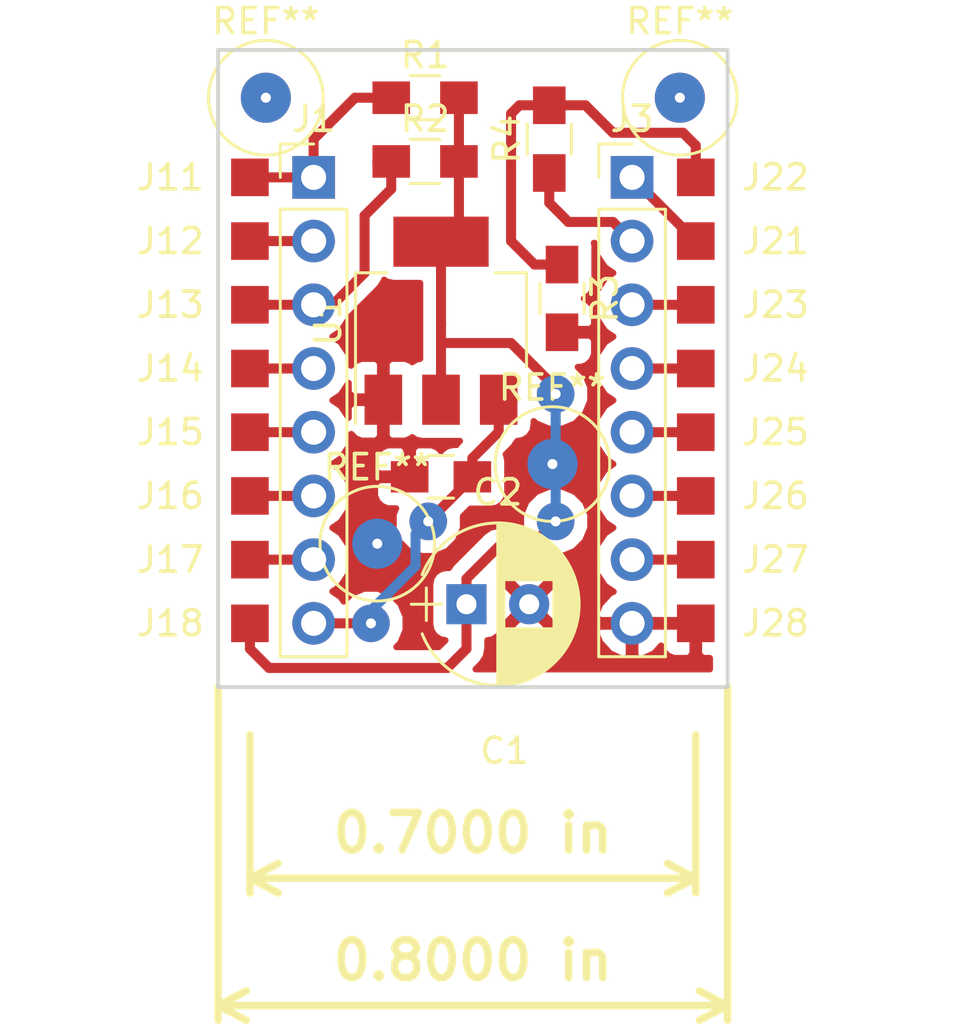
<source format=kicad_pcb>
(kicad_pcb (version 4) (host pcbnew 4.0.7)

  (general
    (links 30)
    (no_connects 0)
    (area 96.537619 23.182 135.02262 66.200001)
    (thickness 1.6)
    (drawings 8)
    (tracks 88)
    (zones 0)
    (modules 29)
    (nets 19)
  )

  (page A4)
  (layers
    (0 F.Cu signal)
    (31 B.Cu signal)
    (32 B.Adhes user)
    (33 F.Adhes user)
    (34 B.Paste user)
    (35 F.Paste user)
    (36 B.SilkS user)
    (37 F.SilkS user)
    (38 B.Mask user)
    (39 F.Mask user)
    (40 Dwgs.User user)
    (41 Cmts.User user)
    (42 Eco1.User user)
    (43 Eco2.User user)
    (44 Edge.Cuts user)
    (45 Margin user)
    (46 B.CrtYd user)
    (47 F.CrtYd user)
    (48 B.Fab user)
    (49 F.Fab user)
  )

  (setup
    (last_trace_width 0.4)
    (trace_clearance 0.3)
    (zone_clearance 0.508)
    (zone_45_only no)
    (trace_min 0.2)
    (segment_width 0.2)
    (edge_width 0.15)
    (via_size 1.5)
    (via_drill 0.4)
    (via_min_size 0.4)
    (via_min_drill 0.3)
    (uvia_size 1.5)
    (uvia_drill 0.4)
    (uvias_allowed no)
    (uvia_min_size 0.2)
    (uvia_min_drill 0.1)
    (pcb_text_width 0.3)
    (pcb_text_size 1.5 1.5)
    (mod_edge_width 0.15)
    (mod_text_size 1 1)
    (mod_text_width 0.15)
    (pad_size 2 2)
    (pad_drill 0.4)
    (pad_to_mask_clearance 0.2)
    (aux_axis_origin 0 0)
    (visible_elements FFFFFF7F)
    (pcbplotparams
      (layerselection 0x01000_00000001)
      (usegerberextensions false)
      (excludeedgelayer false)
      (linewidth 0.100000)
      (plotframeref false)
      (viasonmask false)
      (mode 1)
      (useauxorigin false)
      (hpglpennumber 1)
      (hpglpenspeed 20)
      (hpglpendiameter 15)
      (hpglpenoverlay 2)
      (psnegative true)
      (psa4output false)
      (plotreference false)
      (plotvalue false)
      (plotinvisibletext false)
      (padsonsilk false)
      (subtractmaskfromsilk false)
      (outputformat 4)
      (mirror true)
      (drillshape 1)
      (scaleselection 1)
      (outputdirectory ""))
  )

  (net 0 "")
  (net 1 "Net-(J1-Pad1)")
  (net 2 "Net-(J1-Pad2)")
  (net 3 "Net-(J1-Pad3)")
  (net 4 "Net-(J1-Pad4)")
  (net 5 "Net-(J1-Pad5)")
  (net 6 "Net-(J1-Pad6)")
  (net 7 "Net-(J1-Pad7)")
  (net 8 "Net-(J3-Pad2)")
  (net 9 +5V)
  (net 10 GND)
  (net 11 +3V3)
  (net 12 "Net-(J21-Pad1)")
  (net 13 "Net-(J23-Pad1)")
  (net 14 "Net-(J24-Pad1)")
  (net 15 "Net-(J25-Pad1)")
  (net 16 "Net-(J26-Pad1)")
  (net 17 "Net-(J27-Pad1)")
  (net 18 "Net-(J22-Pad1)")

  (net_class Default "This is the default net class."
    (clearance 0.3)
    (trace_width 0.4)
    (via_dia 1.5)
    (via_drill 0.4)
    (uvia_dia 1.5)
    (uvia_drill 0.4)
    (add_net +3V3)
    (add_net +5V)
    (add_net GND)
    (add_net "Net-(J1-Pad1)")
    (add_net "Net-(J1-Pad2)")
    (add_net "Net-(J1-Pad3)")
    (add_net "Net-(J1-Pad4)")
    (add_net "Net-(J1-Pad5)")
    (add_net "Net-(J1-Pad6)")
    (add_net "Net-(J1-Pad7)")
    (add_net "Net-(J21-Pad1)")
    (add_net "Net-(J22-Pad1)")
    (add_net "Net-(J23-Pad1)")
    (add_net "Net-(J24-Pad1)")
    (add_net "Net-(J25-Pad1)")
    (add_net "Net-(J26-Pad1)")
    (add_net "Net-(J27-Pad1)")
    (add_net "Net-(J3-Pad2)")
  )

  (module Connectors:1pin (layer F.Cu) (tedit 5AC0A28C) (tstamp 5AC0A27C)
    (at 107.315 27.305)
    (descr "module 1 pin (ou trou mecanique de percage)")
    (tags DEV)
    (fp_text reference REF** (at 0 -3.048) (layer F.SilkS)
      (effects (font (size 1 1) (thickness 0.15)))
    )
    (fp_text value 1pin (at 0 3) (layer F.Fab)
      (effects (font (size 1 1) (thickness 0.15)))
    )
    (fp_circle (center 0 0) (end 2 0.8) (layer F.Fab) (width 0.1))
    (fp_circle (center 0 0) (end 2.6 0) (layer F.CrtYd) (width 0.05))
    (fp_circle (center 0 0) (end 0 -2.286) (layer F.SilkS) (width 0.12))
    (pad 1 thru_hole circle (at 0 0) (size 2 2) (drill 0.4) (layers *.Cu *.Mask))
  )

  (module Pin_Headers:Pin_Header_Straight_1x08_Pitch2.54mm (layer F.Cu) (tedit 5AC00F6A) (tstamp 5AC009AC)
    (at 109.22 30.48)
    (descr "Through hole straight pin header, 1x08, 2.54mm pitch, single row")
    (tags "Through hole pin header THT 1x08 2.54mm single row")
    (path /5ABFDBDF)
    (fp_text reference J1 (at 0 -2.33) (layer F.SilkS)
      (effects (font (size 1 1) (thickness 0.15)))
    )
    (fp_text value Conn_01x08 (at -7.62 -3.175) (layer F.Fab)
      (effects (font (size 1 1) (thickness 0.15)))
    )
    (fp_line (start -0.635 -1.27) (end 1.27 -1.27) (layer F.Fab) (width 0.1))
    (fp_line (start 1.27 -1.27) (end 1.27 19.05) (layer F.Fab) (width 0.1))
    (fp_line (start 1.27 19.05) (end -1.27 19.05) (layer F.Fab) (width 0.1))
    (fp_line (start -1.27 19.05) (end -1.27 -0.635) (layer F.Fab) (width 0.1))
    (fp_line (start -1.27 -0.635) (end -0.635 -1.27) (layer F.Fab) (width 0.1))
    (fp_line (start -1.33 19.11) (end 1.33 19.11) (layer F.SilkS) (width 0.12))
    (fp_line (start -1.33 1.27) (end -1.33 19.11) (layer F.SilkS) (width 0.12))
    (fp_line (start 1.33 1.27) (end 1.33 19.11) (layer F.SilkS) (width 0.12))
    (fp_line (start -1.33 1.27) (end 1.33 1.27) (layer F.SilkS) (width 0.12))
    (fp_line (start -1.33 0) (end -1.33 -1.33) (layer F.SilkS) (width 0.12))
    (fp_line (start -1.33 -1.33) (end 0 -1.33) (layer F.SilkS) (width 0.12))
    (fp_line (start -1.8 -1.8) (end -1.8 19.55) (layer F.CrtYd) (width 0.05))
    (fp_line (start -1.8 19.55) (end 1.8 19.55) (layer F.CrtYd) (width 0.05))
    (fp_line (start 1.8 19.55) (end 1.8 -1.8) (layer F.CrtYd) (width 0.05))
    (fp_line (start 1.8 -1.8) (end -1.8 -1.8) (layer F.CrtYd) (width 0.05))
    (fp_text user %R (at 0 8.89 90) (layer F.Fab)
      (effects (font (size 1 1) (thickness 0.15)))
    )
    (pad 1 thru_hole rect (at 0 0) (size 1.7 1.7) (drill 1) (layers *.Cu *.Mask)
      (net 1 "Net-(J1-Pad1)"))
    (pad 2 thru_hole oval (at 0 2.54) (size 1.7 1.7) (drill 1) (layers *.Cu *.Mask)
      (net 2 "Net-(J1-Pad2)"))
    (pad 3 thru_hole oval (at 0 5.08) (size 1.7 1.7) (drill 1) (layers *.Cu *.Mask)
      (net 3 "Net-(J1-Pad3)"))
    (pad 4 thru_hole oval (at 0 7.62) (size 1.7 1.7) (drill 1) (layers *.Cu *.Mask)
      (net 4 "Net-(J1-Pad4)"))
    (pad 5 thru_hole oval (at 0 10.16) (size 1.7 1.7) (drill 1) (layers *.Cu *.Mask)
      (net 5 "Net-(J1-Pad5)"))
    (pad 6 thru_hole oval (at 0 12.7) (size 1.7 1.7) (drill 1) (layers *.Cu *.Mask)
      (net 6 "Net-(J1-Pad6)"))
    (pad 7 thru_hole oval (at 0 15.24) (size 1.7 1.7) (drill 1) (layers *.Cu *.Mask)
      (net 7 "Net-(J1-Pad7)"))
    (pad 8 thru_hole oval (at 0 17.78) (size 1.7 1.7) (drill 1) (layers *.Cu *.Mask)
      (net 9 +5V))
    (model ${KISYS3DMOD}/Pin_Headers.3dshapes/Pin_Header_Straight_1x08_Pitch2.54mm.wrl
      (at (xyz 0 0 0))
      (scale (xyz 1 1 1))
      (rotate (xyz 0 0 0))
    )
  )

  (module Capacitors_SMD:C_0805_HandSoldering (layer F.Cu) (tedit 5AC01B07) (tstamp 5AC008FB)
    (at 114.3 42.418 180)
    (descr "Capacitor SMD 0805, hand soldering")
    (tags "capacitor 0805")
    (path /5ABFE53B)
    (attr smd)
    (fp_text reference C1 (at -2.54 -10.922 180) (layer F.SilkS)
      (effects (font (size 1 1) (thickness 0.15)))
    )
    (fp_text value 0.1uF (at 0 1.75 180) (layer F.Fab)
      (effects (font (size 1 1) (thickness 0.15)))
    )
    (fp_text user %R (at -5.08 -10.922 180) (layer F.Fab)
      (effects (font (size 1 1) (thickness 0.15)))
    )
    (fp_line (start -1 0.62) (end -1 -0.62) (layer F.Fab) (width 0.1))
    (fp_line (start 1 0.62) (end -1 0.62) (layer F.Fab) (width 0.1))
    (fp_line (start 1 -0.62) (end 1 0.62) (layer F.Fab) (width 0.1))
    (fp_line (start -1 -0.62) (end 1 -0.62) (layer F.Fab) (width 0.1))
    (fp_line (start 0.5 -0.85) (end -0.5 -0.85) (layer F.SilkS) (width 0.12))
    (fp_line (start -0.5 0.85) (end 0.5 0.85) (layer F.SilkS) (width 0.12))
    (fp_line (start -2.25 -0.88) (end 2.25 -0.88) (layer F.CrtYd) (width 0.05))
    (fp_line (start -2.25 -0.88) (end -2.25 0.87) (layer F.CrtYd) (width 0.05))
    (fp_line (start 2.25 0.87) (end 2.25 -0.88) (layer F.CrtYd) (width 0.05))
    (fp_line (start 2.25 0.87) (end -2.25 0.87) (layer F.CrtYd) (width 0.05))
    (pad 1 smd rect (at -1.25 0 180) (size 1.5 1.25) (layers F.Cu F.Paste F.Mask)
      (net 9 +5V))
    (pad 2 smd rect (at 1.25 0 180) (size 1.5 1.25) (layers F.Cu F.Paste F.Mask)
      (net 10 GND))
    (model Capacitors_SMD.3dshapes/C_0805.wrl
      (at (xyz 0 0 0))
      (scale (xyz 1 1 1))
      (rotate (xyz 0 0 0))
    )
  )

  (module Capacitors_THT:CP_Radial_D6.3mm_P2.50mm (layer F.Cu) (tedit 597BC7C2) (tstamp 5AC00990)
    (at 115.316 47.498)
    (descr "CP, Radial series, Radial, pin pitch=2.50mm, , diameter=6.3mm, Electrolytic Capacitor")
    (tags "CP Radial series Radial pin pitch 2.50mm  diameter 6.3mm Electrolytic Capacitor")
    (path /5ABFE37D)
    (fp_text reference C2 (at 1.25 -4.46) (layer F.SilkS)
      (effects (font (size 1 1) (thickness 0.15)))
    )
    (fp_text value 100uF (at 1.25 4.46) (layer F.Fab)
      (effects (font (size 1 1) (thickness 0.15)))
    )
    (fp_arc (start 1.25 0) (end -1.767482 -1.18) (angle 137.3) (layer F.SilkS) (width 0.12))
    (fp_arc (start 1.25 0) (end -1.767482 1.18) (angle -137.3) (layer F.SilkS) (width 0.12))
    (fp_arc (start 1.25 0) (end 4.267482 -1.18) (angle 42.7) (layer F.SilkS) (width 0.12))
    (fp_circle (center 1.25 0) (end 4.4 0) (layer F.Fab) (width 0.1))
    (fp_line (start -2.2 0) (end -1 0) (layer F.Fab) (width 0.1))
    (fp_line (start -1.6 -0.65) (end -1.6 0.65) (layer F.Fab) (width 0.1))
    (fp_line (start 1.25 -3.2) (end 1.25 3.2) (layer F.SilkS) (width 0.12))
    (fp_line (start 1.29 -3.2) (end 1.29 3.2) (layer F.SilkS) (width 0.12))
    (fp_line (start 1.33 -3.2) (end 1.33 3.2) (layer F.SilkS) (width 0.12))
    (fp_line (start 1.37 -3.198) (end 1.37 3.198) (layer F.SilkS) (width 0.12))
    (fp_line (start 1.41 -3.197) (end 1.41 3.197) (layer F.SilkS) (width 0.12))
    (fp_line (start 1.45 -3.194) (end 1.45 3.194) (layer F.SilkS) (width 0.12))
    (fp_line (start 1.49 -3.192) (end 1.49 3.192) (layer F.SilkS) (width 0.12))
    (fp_line (start 1.53 -3.188) (end 1.53 -0.98) (layer F.SilkS) (width 0.12))
    (fp_line (start 1.53 0.98) (end 1.53 3.188) (layer F.SilkS) (width 0.12))
    (fp_line (start 1.57 -3.185) (end 1.57 -0.98) (layer F.SilkS) (width 0.12))
    (fp_line (start 1.57 0.98) (end 1.57 3.185) (layer F.SilkS) (width 0.12))
    (fp_line (start 1.61 -3.18) (end 1.61 -0.98) (layer F.SilkS) (width 0.12))
    (fp_line (start 1.61 0.98) (end 1.61 3.18) (layer F.SilkS) (width 0.12))
    (fp_line (start 1.65 -3.176) (end 1.65 -0.98) (layer F.SilkS) (width 0.12))
    (fp_line (start 1.65 0.98) (end 1.65 3.176) (layer F.SilkS) (width 0.12))
    (fp_line (start 1.69 -3.17) (end 1.69 -0.98) (layer F.SilkS) (width 0.12))
    (fp_line (start 1.69 0.98) (end 1.69 3.17) (layer F.SilkS) (width 0.12))
    (fp_line (start 1.73 -3.165) (end 1.73 -0.98) (layer F.SilkS) (width 0.12))
    (fp_line (start 1.73 0.98) (end 1.73 3.165) (layer F.SilkS) (width 0.12))
    (fp_line (start 1.77 -3.158) (end 1.77 -0.98) (layer F.SilkS) (width 0.12))
    (fp_line (start 1.77 0.98) (end 1.77 3.158) (layer F.SilkS) (width 0.12))
    (fp_line (start 1.81 -3.152) (end 1.81 -0.98) (layer F.SilkS) (width 0.12))
    (fp_line (start 1.81 0.98) (end 1.81 3.152) (layer F.SilkS) (width 0.12))
    (fp_line (start 1.85 -3.144) (end 1.85 -0.98) (layer F.SilkS) (width 0.12))
    (fp_line (start 1.85 0.98) (end 1.85 3.144) (layer F.SilkS) (width 0.12))
    (fp_line (start 1.89 -3.137) (end 1.89 -0.98) (layer F.SilkS) (width 0.12))
    (fp_line (start 1.89 0.98) (end 1.89 3.137) (layer F.SilkS) (width 0.12))
    (fp_line (start 1.93 -3.128) (end 1.93 -0.98) (layer F.SilkS) (width 0.12))
    (fp_line (start 1.93 0.98) (end 1.93 3.128) (layer F.SilkS) (width 0.12))
    (fp_line (start 1.971 -3.119) (end 1.971 -0.98) (layer F.SilkS) (width 0.12))
    (fp_line (start 1.971 0.98) (end 1.971 3.119) (layer F.SilkS) (width 0.12))
    (fp_line (start 2.011 -3.11) (end 2.011 -0.98) (layer F.SilkS) (width 0.12))
    (fp_line (start 2.011 0.98) (end 2.011 3.11) (layer F.SilkS) (width 0.12))
    (fp_line (start 2.051 -3.1) (end 2.051 -0.98) (layer F.SilkS) (width 0.12))
    (fp_line (start 2.051 0.98) (end 2.051 3.1) (layer F.SilkS) (width 0.12))
    (fp_line (start 2.091 -3.09) (end 2.091 -0.98) (layer F.SilkS) (width 0.12))
    (fp_line (start 2.091 0.98) (end 2.091 3.09) (layer F.SilkS) (width 0.12))
    (fp_line (start 2.131 -3.079) (end 2.131 -0.98) (layer F.SilkS) (width 0.12))
    (fp_line (start 2.131 0.98) (end 2.131 3.079) (layer F.SilkS) (width 0.12))
    (fp_line (start 2.171 -3.067) (end 2.171 -0.98) (layer F.SilkS) (width 0.12))
    (fp_line (start 2.171 0.98) (end 2.171 3.067) (layer F.SilkS) (width 0.12))
    (fp_line (start 2.211 -3.055) (end 2.211 -0.98) (layer F.SilkS) (width 0.12))
    (fp_line (start 2.211 0.98) (end 2.211 3.055) (layer F.SilkS) (width 0.12))
    (fp_line (start 2.251 -3.042) (end 2.251 -0.98) (layer F.SilkS) (width 0.12))
    (fp_line (start 2.251 0.98) (end 2.251 3.042) (layer F.SilkS) (width 0.12))
    (fp_line (start 2.291 -3.029) (end 2.291 -0.98) (layer F.SilkS) (width 0.12))
    (fp_line (start 2.291 0.98) (end 2.291 3.029) (layer F.SilkS) (width 0.12))
    (fp_line (start 2.331 -3.015) (end 2.331 -0.98) (layer F.SilkS) (width 0.12))
    (fp_line (start 2.331 0.98) (end 2.331 3.015) (layer F.SilkS) (width 0.12))
    (fp_line (start 2.371 -3.001) (end 2.371 -0.98) (layer F.SilkS) (width 0.12))
    (fp_line (start 2.371 0.98) (end 2.371 3.001) (layer F.SilkS) (width 0.12))
    (fp_line (start 2.411 -2.986) (end 2.411 -0.98) (layer F.SilkS) (width 0.12))
    (fp_line (start 2.411 0.98) (end 2.411 2.986) (layer F.SilkS) (width 0.12))
    (fp_line (start 2.451 -2.97) (end 2.451 -0.98) (layer F.SilkS) (width 0.12))
    (fp_line (start 2.451 0.98) (end 2.451 2.97) (layer F.SilkS) (width 0.12))
    (fp_line (start 2.491 -2.954) (end 2.491 -0.98) (layer F.SilkS) (width 0.12))
    (fp_line (start 2.491 0.98) (end 2.491 2.954) (layer F.SilkS) (width 0.12))
    (fp_line (start 2.531 -2.937) (end 2.531 -0.98) (layer F.SilkS) (width 0.12))
    (fp_line (start 2.531 0.98) (end 2.531 2.937) (layer F.SilkS) (width 0.12))
    (fp_line (start 2.571 -2.919) (end 2.571 -0.98) (layer F.SilkS) (width 0.12))
    (fp_line (start 2.571 0.98) (end 2.571 2.919) (layer F.SilkS) (width 0.12))
    (fp_line (start 2.611 -2.901) (end 2.611 -0.98) (layer F.SilkS) (width 0.12))
    (fp_line (start 2.611 0.98) (end 2.611 2.901) (layer F.SilkS) (width 0.12))
    (fp_line (start 2.651 -2.882) (end 2.651 -0.98) (layer F.SilkS) (width 0.12))
    (fp_line (start 2.651 0.98) (end 2.651 2.882) (layer F.SilkS) (width 0.12))
    (fp_line (start 2.691 -2.863) (end 2.691 -0.98) (layer F.SilkS) (width 0.12))
    (fp_line (start 2.691 0.98) (end 2.691 2.863) (layer F.SilkS) (width 0.12))
    (fp_line (start 2.731 -2.843) (end 2.731 -0.98) (layer F.SilkS) (width 0.12))
    (fp_line (start 2.731 0.98) (end 2.731 2.843) (layer F.SilkS) (width 0.12))
    (fp_line (start 2.771 -2.822) (end 2.771 -0.98) (layer F.SilkS) (width 0.12))
    (fp_line (start 2.771 0.98) (end 2.771 2.822) (layer F.SilkS) (width 0.12))
    (fp_line (start 2.811 -2.8) (end 2.811 -0.98) (layer F.SilkS) (width 0.12))
    (fp_line (start 2.811 0.98) (end 2.811 2.8) (layer F.SilkS) (width 0.12))
    (fp_line (start 2.851 -2.778) (end 2.851 -0.98) (layer F.SilkS) (width 0.12))
    (fp_line (start 2.851 0.98) (end 2.851 2.778) (layer F.SilkS) (width 0.12))
    (fp_line (start 2.891 -2.755) (end 2.891 -0.98) (layer F.SilkS) (width 0.12))
    (fp_line (start 2.891 0.98) (end 2.891 2.755) (layer F.SilkS) (width 0.12))
    (fp_line (start 2.931 -2.731) (end 2.931 -0.98) (layer F.SilkS) (width 0.12))
    (fp_line (start 2.931 0.98) (end 2.931 2.731) (layer F.SilkS) (width 0.12))
    (fp_line (start 2.971 -2.706) (end 2.971 -0.98) (layer F.SilkS) (width 0.12))
    (fp_line (start 2.971 0.98) (end 2.971 2.706) (layer F.SilkS) (width 0.12))
    (fp_line (start 3.011 -2.681) (end 3.011 -0.98) (layer F.SilkS) (width 0.12))
    (fp_line (start 3.011 0.98) (end 3.011 2.681) (layer F.SilkS) (width 0.12))
    (fp_line (start 3.051 -2.654) (end 3.051 -0.98) (layer F.SilkS) (width 0.12))
    (fp_line (start 3.051 0.98) (end 3.051 2.654) (layer F.SilkS) (width 0.12))
    (fp_line (start 3.091 -2.627) (end 3.091 -0.98) (layer F.SilkS) (width 0.12))
    (fp_line (start 3.091 0.98) (end 3.091 2.627) (layer F.SilkS) (width 0.12))
    (fp_line (start 3.131 -2.599) (end 3.131 -0.98) (layer F.SilkS) (width 0.12))
    (fp_line (start 3.131 0.98) (end 3.131 2.599) (layer F.SilkS) (width 0.12))
    (fp_line (start 3.171 -2.57) (end 3.171 -0.98) (layer F.SilkS) (width 0.12))
    (fp_line (start 3.171 0.98) (end 3.171 2.57) (layer F.SilkS) (width 0.12))
    (fp_line (start 3.211 -2.54) (end 3.211 -0.98) (layer F.SilkS) (width 0.12))
    (fp_line (start 3.211 0.98) (end 3.211 2.54) (layer F.SilkS) (width 0.12))
    (fp_line (start 3.251 -2.51) (end 3.251 -0.98) (layer F.SilkS) (width 0.12))
    (fp_line (start 3.251 0.98) (end 3.251 2.51) (layer F.SilkS) (width 0.12))
    (fp_line (start 3.291 -2.478) (end 3.291 -0.98) (layer F.SilkS) (width 0.12))
    (fp_line (start 3.291 0.98) (end 3.291 2.478) (layer F.SilkS) (width 0.12))
    (fp_line (start 3.331 -2.445) (end 3.331 -0.98) (layer F.SilkS) (width 0.12))
    (fp_line (start 3.331 0.98) (end 3.331 2.445) (layer F.SilkS) (width 0.12))
    (fp_line (start 3.371 -2.411) (end 3.371 -0.98) (layer F.SilkS) (width 0.12))
    (fp_line (start 3.371 0.98) (end 3.371 2.411) (layer F.SilkS) (width 0.12))
    (fp_line (start 3.411 -2.375) (end 3.411 -0.98) (layer F.SilkS) (width 0.12))
    (fp_line (start 3.411 0.98) (end 3.411 2.375) (layer F.SilkS) (width 0.12))
    (fp_line (start 3.451 -2.339) (end 3.451 -0.98) (layer F.SilkS) (width 0.12))
    (fp_line (start 3.451 0.98) (end 3.451 2.339) (layer F.SilkS) (width 0.12))
    (fp_line (start 3.491 -2.301) (end 3.491 2.301) (layer F.SilkS) (width 0.12))
    (fp_line (start 3.531 -2.262) (end 3.531 2.262) (layer F.SilkS) (width 0.12))
    (fp_line (start 3.571 -2.222) (end 3.571 2.222) (layer F.SilkS) (width 0.12))
    (fp_line (start 3.611 -2.18) (end 3.611 2.18) (layer F.SilkS) (width 0.12))
    (fp_line (start 3.651 -2.137) (end 3.651 2.137) (layer F.SilkS) (width 0.12))
    (fp_line (start 3.691 -2.092) (end 3.691 2.092) (layer F.SilkS) (width 0.12))
    (fp_line (start 3.731 -2.045) (end 3.731 2.045) (layer F.SilkS) (width 0.12))
    (fp_line (start 3.771 -1.997) (end 3.771 1.997) (layer F.SilkS) (width 0.12))
    (fp_line (start 3.811 -1.946) (end 3.811 1.946) (layer F.SilkS) (width 0.12))
    (fp_line (start 3.851 -1.894) (end 3.851 1.894) (layer F.SilkS) (width 0.12))
    (fp_line (start 3.891 -1.839) (end 3.891 1.839) (layer F.SilkS) (width 0.12))
    (fp_line (start 3.931 -1.781) (end 3.931 1.781) (layer F.SilkS) (width 0.12))
    (fp_line (start 3.971 -1.721) (end 3.971 1.721) (layer F.SilkS) (width 0.12))
    (fp_line (start 4.011 -1.658) (end 4.011 1.658) (layer F.SilkS) (width 0.12))
    (fp_line (start 4.051 -1.591) (end 4.051 1.591) (layer F.SilkS) (width 0.12))
    (fp_line (start 4.091 -1.52) (end 4.091 1.52) (layer F.SilkS) (width 0.12))
    (fp_line (start 4.131 -1.445) (end 4.131 1.445) (layer F.SilkS) (width 0.12))
    (fp_line (start 4.171 -1.364) (end 4.171 1.364) (layer F.SilkS) (width 0.12))
    (fp_line (start 4.211 -1.278) (end 4.211 1.278) (layer F.SilkS) (width 0.12))
    (fp_line (start 4.251 -1.184) (end 4.251 1.184) (layer F.SilkS) (width 0.12))
    (fp_line (start 4.291 -1.081) (end 4.291 1.081) (layer F.SilkS) (width 0.12))
    (fp_line (start 4.331 -0.966) (end 4.331 0.966) (layer F.SilkS) (width 0.12))
    (fp_line (start 4.371 -0.834) (end 4.371 0.834) (layer F.SilkS) (width 0.12))
    (fp_line (start 4.411 -0.676) (end 4.411 0.676) (layer F.SilkS) (width 0.12))
    (fp_line (start 4.451 -0.468) (end 4.451 0.468) (layer F.SilkS) (width 0.12))
    (fp_line (start -2.2 0) (end -1 0) (layer F.SilkS) (width 0.12))
    (fp_line (start -1.6 -0.65) (end -1.6 0.65) (layer F.SilkS) (width 0.12))
    (fp_line (start -2.25 -3.5) (end -2.25 3.5) (layer F.CrtYd) (width 0.05))
    (fp_line (start -2.25 3.5) (end 4.75 3.5) (layer F.CrtYd) (width 0.05))
    (fp_line (start 4.75 3.5) (end 4.75 -3.5) (layer F.CrtYd) (width 0.05))
    (fp_line (start 4.75 -3.5) (end -2.25 -3.5) (layer F.CrtYd) (width 0.05))
    (fp_text user %R (at 1.25 0) (layer F.Fab)
      (effects (font (size 1 1) (thickness 0.15)))
    )
    (pad 1 thru_hole rect (at 0 0) (size 1.6 1.6) (drill 0.8) (layers *.Cu *.Mask)
      (net 11 +3V3))
    (pad 2 thru_hole circle (at 2.5 0) (size 1.6 1.6) (drill 0.8) (layers *.Cu *.Mask)
      (net 10 GND))
    (model ${KISYS3DMOD}/Capacitors_THT.3dshapes/CP_Radial_D6.3mm_P2.50mm.wrl
      (at (xyz 0 0 0))
      (scale (xyz 1 1 1))
      (rotate (xyz 0 0 0))
    )
  )

  (module Pin_Headers:Pin_Header_Straight_1x08_Pitch2.54mm (layer F.Cu) (tedit 5AC00F6D) (tstamp 5AC009C8)
    (at 121.92 30.48)
    (descr "Through hole straight pin header, 1x08, 2.54mm pitch, single row")
    (tags "Through hole pin header THT 1x08 2.54mm single row")
    (path /5ABFDB97)
    (fp_text reference J3 (at 0 -2.33) (layer F.SilkS)
      (effects (font (size 1 1) (thickness 0.15)))
    )
    (fp_text value Conn_01x08 (at 8.255 -2.54) (layer F.Fab)
      (effects (font (size 1 1) (thickness 0.15)))
    )
    (fp_line (start -0.635 -1.27) (end 1.27 -1.27) (layer F.Fab) (width 0.1))
    (fp_line (start 1.27 -1.27) (end 1.27 19.05) (layer F.Fab) (width 0.1))
    (fp_line (start 1.27 19.05) (end -1.27 19.05) (layer F.Fab) (width 0.1))
    (fp_line (start -1.27 19.05) (end -1.27 -0.635) (layer F.Fab) (width 0.1))
    (fp_line (start -1.27 -0.635) (end -0.635 -1.27) (layer F.Fab) (width 0.1))
    (fp_line (start -1.33 19.11) (end 1.33 19.11) (layer F.SilkS) (width 0.12))
    (fp_line (start -1.33 1.27) (end -1.33 19.11) (layer F.SilkS) (width 0.12))
    (fp_line (start 1.33 1.27) (end 1.33 19.11) (layer F.SilkS) (width 0.12))
    (fp_line (start -1.33 1.27) (end 1.33 1.27) (layer F.SilkS) (width 0.12))
    (fp_line (start -1.33 0) (end -1.33 -1.33) (layer F.SilkS) (width 0.12))
    (fp_line (start -1.33 -1.33) (end 0 -1.33) (layer F.SilkS) (width 0.12))
    (fp_line (start -1.8 -1.8) (end -1.8 19.55) (layer F.CrtYd) (width 0.05))
    (fp_line (start -1.8 19.55) (end 1.8 19.55) (layer F.CrtYd) (width 0.05))
    (fp_line (start 1.8 19.55) (end 1.8 -1.8) (layer F.CrtYd) (width 0.05))
    (fp_line (start 1.8 -1.8) (end -1.8 -1.8) (layer F.CrtYd) (width 0.05))
    (fp_text user %R (at 0 8.89 90) (layer F.Fab)
      (effects (font (size 1 1) (thickness 0.15)))
    )
    (pad 1 thru_hole rect (at 0 0) (size 1.7 1.7) (drill 1) (layers *.Cu *.Mask)
      (net 12 "Net-(J21-Pad1)"))
    (pad 2 thru_hole oval (at 0 2.54) (size 1.7 1.7) (drill 1) (layers *.Cu *.Mask)
      (net 8 "Net-(J3-Pad2)"))
    (pad 3 thru_hole oval (at 0 5.08) (size 1.7 1.7) (drill 1) (layers *.Cu *.Mask)
      (net 13 "Net-(J23-Pad1)"))
    (pad 4 thru_hole oval (at 0 7.62) (size 1.7 1.7) (drill 1) (layers *.Cu *.Mask)
      (net 14 "Net-(J24-Pad1)"))
    (pad 5 thru_hole oval (at 0 10.16) (size 1.7 1.7) (drill 1) (layers *.Cu *.Mask)
      (net 15 "Net-(J25-Pad1)"))
    (pad 6 thru_hole oval (at 0 12.7) (size 1.7 1.7) (drill 1) (layers *.Cu *.Mask)
      (net 16 "Net-(J26-Pad1)"))
    (pad 7 thru_hole oval (at 0 15.24) (size 1.7 1.7) (drill 1) (layers *.Cu *.Mask)
      (net 17 "Net-(J27-Pad1)"))
    (pad 8 thru_hole oval (at 0 17.78) (size 1.7 1.7) (drill 1) (layers *.Cu *.Mask)
      (net 10 GND))
    (model ${KISYS3DMOD}/Pin_Headers.3dshapes/Pin_Header_Straight_1x08_Pitch2.54mm.wrl
      (at (xyz 0 0 0))
      (scale (xyz 1 1 1))
      (rotate (xyz 0 0 0))
    )
  )

  (module Measurement_Points:Measurement_Point_Square-SMD-Pad_Small (layer F.Cu) (tedit 5AC00C17) (tstamp 5AC009D1)
    (at 106.68 30.48)
    (descr "Mesurement Point, Square, SMD Pad,  1.5mm x 1.5mm,")
    (tags "Mesurement Point Square SMD Pad 1.5x1.5mm")
    (path /5AC0081A)
    (attr virtual)
    (fp_text reference J11 (at -3.175 0) (layer F.SilkS)
      (effects (font (size 1 1) (thickness 0.15)))
    )
    (fp_text value 1 (at -8.89 0) (layer F.Fab)
      (effects (font (size 1 1) (thickness 0.15)))
    )
    (fp_line (start -1 -1) (end 1 -1) (layer F.CrtYd) (width 0.05))
    (fp_line (start 1 -1) (end 1 1) (layer F.CrtYd) (width 0.05))
    (fp_line (start 1 1) (end -1 1) (layer F.CrtYd) (width 0.05))
    (fp_line (start -1 1) (end -1 -1) (layer F.CrtYd) (width 0.05))
    (pad 1 smd rect (at 0 0) (size 1.5 1.5) (layers F.Cu F.Mask)
      (net 1 "Net-(J1-Pad1)"))
  )

  (module Measurement_Points:Measurement_Point_Square-SMD-Pad_Small (layer F.Cu) (tedit 5AC00C19) (tstamp 5AC009DA)
    (at 106.68 33.02)
    (descr "Mesurement Point, Square, SMD Pad,  1.5mm x 1.5mm,")
    (tags "Mesurement Point Square SMD Pad 1.5x1.5mm")
    (path /5AC00898)
    (attr virtual)
    (fp_text reference J12 (at -3.175 0) (layer F.SilkS)
      (effects (font (size 1 1) (thickness 0.15)))
    )
    (fp_text value 1 (at -8.89 0) (layer F.Fab)
      (effects (font (size 1 1) (thickness 0.15)))
    )
    (fp_line (start -1 -1) (end 1 -1) (layer F.CrtYd) (width 0.05))
    (fp_line (start 1 -1) (end 1 1) (layer F.CrtYd) (width 0.05))
    (fp_line (start 1 1) (end -1 1) (layer F.CrtYd) (width 0.05))
    (fp_line (start -1 1) (end -1 -1) (layer F.CrtYd) (width 0.05))
    (pad 1 smd rect (at 0 0) (size 1.5 1.5) (layers F.Cu F.Mask)
      (net 2 "Net-(J1-Pad2)"))
  )

  (module Measurement_Points:Measurement_Point_Square-SMD-Pad_Small (layer F.Cu) (tedit 5AC00C11) (tstamp 5AC009E3)
    (at 106.68 35.56)
    (descr "Mesurement Point, Square, SMD Pad,  1.5mm x 1.5mm,")
    (tags "Mesurement Point Square SMD Pad 1.5x1.5mm")
    (path /5AC008F8)
    (attr virtual)
    (fp_text reference J13 (at -3.175 0) (layer F.SilkS)
      (effects (font (size 1 1) (thickness 0.15)))
    )
    (fp_text value 1 (at -8.89 0) (layer F.Fab)
      (effects (font (size 1 1) (thickness 0.15)))
    )
    (fp_line (start -1 -1) (end 1 -1) (layer F.CrtYd) (width 0.05))
    (fp_line (start 1 -1) (end 1 1) (layer F.CrtYd) (width 0.05))
    (fp_line (start 1 1) (end -1 1) (layer F.CrtYd) (width 0.05))
    (fp_line (start -1 1) (end -1 -1) (layer F.CrtYd) (width 0.05))
    (pad 1 smd rect (at 0 0) (size 1.5 1.5) (layers F.Cu F.Mask)
      (net 3 "Net-(J1-Pad3)"))
  )

  (module Measurement_Points:Measurement_Point_Square-SMD-Pad_Small (layer F.Cu) (tedit 5AC00C08) (tstamp 5AC009EC)
    (at 106.68 38.1)
    (descr "Mesurement Point, Square, SMD Pad,  1.5mm x 1.5mm,")
    (tags "Mesurement Point Square SMD Pad 1.5x1.5mm")
    (path /5AC00964)
    (attr virtual)
    (fp_text reference J14 (at -3.175 0) (layer F.SilkS)
      (effects (font (size 1 1) (thickness 0.15)))
    )
    (fp_text value 1 (at -8.89 0) (layer F.Fab)
      (effects (font (size 1 1) (thickness 0.15)))
    )
    (fp_line (start -1 -1) (end 1 -1) (layer F.CrtYd) (width 0.05))
    (fp_line (start 1 -1) (end 1 1) (layer F.CrtYd) (width 0.05))
    (fp_line (start 1 1) (end -1 1) (layer F.CrtYd) (width 0.05))
    (fp_line (start -1 1) (end -1 -1) (layer F.CrtYd) (width 0.05))
    (pad 1 smd rect (at 0 0) (size 1.5 1.5) (layers F.Cu F.Mask)
      (net 4 "Net-(J1-Pad4)"))
  )

  (module Measurement_Points:Measurement_Point_Square-SMD-Pad_Small (layer F.Cu) (tedit 5AC00C05) (tstamp 5AC009F5)
    (at 106.68 40.64)
    (descr "Mesurement Point, Square, SMD Pad,  1.5mm x 1.5mm,")
    (tags "Mesurement Point Square SMD Pad 1.5x1.5mm")
    (path /5AC009BB)
    (attr virtual)
    (fp_text reference J15 (at -3.175 0) (layer F.SilkS)
      (effects (font (size 1 1) (thickness 0.15)))
    )
    (fp_text value 1 (at -8.89 0) (layer F.Fab)
      (effects (font (size 1 1) (thickness 0.15)))
    )
    (fp_line (start -1 -1) (end 1 -1) (layer F.CrtYd) (width 0.05))
    (fp_line (start 1 -1) (end 1 1) (layer F.CrtYd) (width 0.05))
    (fp_line (start 1 1) (end -1 1) (layer F.CrtYd) (width 0.05))
    (fp_line (start -1 1) (end -1 -1) (layer F.CrtYd) (width 0.05))
    (pad 1 smd rect (at 0 0) (size 1.5 1.5) (layers F.Cu F.Mask)
      (net 5 "Net-(J1-Pad5)"))
  )

  (module Measurement_Points:Measurement_Point_Square-SMD-Pad_Small (layer F.Cu) (tedit 5AC00C01) (tstamp 5AC009FE)
    (at 106.68 43.18)
    (descr "Mesurement Point, Square, SMD Pad,  1.5mm x 1.5mm,")
    (tags "Mesurement Point Square SMD Pad 1.5x1.5mm")
    (path /5AC00A11)
    (attr virtual)
    (fp_text reference J16 (at -3.175 0) (layer F.SilkS)
      (effects (font (size 1 1) (thickness 0.15)))
    )
    (fp_text value 1 (at -8.89 0) (layer F.Fab)
      (effects (font (size 1 1) (thickness 0.15)))
    )
    (fp_line (start -1 -1) (end 1 -1) (layer F.CrtYd) (width 0.05))
    (fp_line (start 1 -1) (end 1 1) (layer F.CrtYd) (width 0.05))
    (fp_line (start 1 1) (end -1 1) (layer F.CrtYd) (width 0.05))
    (fp_line (start -1 1) (end -1 -1) (layer F.CrtYd) (width 0.05))
    (pad 1 smd rect (at 0 0) (size 1.5 1.5) (layers F.Cu F.Mask)
      (net 6 "Net-(J1-Pad6)"))
  )

  (module Measurement_Points:Measurement_Point_Square-SMD-Pad_Small (layer F.Cu) (tedit 5AC00BFD) (tstamp 5AC00A07)
    (at 106.68 45.72)
    (descr "Mesurement Point, Square, SMD Pad,  1.5mm x 1.5mm,")
    (tags "Mesurement Point Square SMD Pad 1.5x1.5mm")
    (path /5AC00A94)
    (attr virtual)
    (fp_text reference J17 (at -3.175 0) (layer F.SilkS)
      (effects (font (size 1 1) (thickness 0.15)))
    )
    (fp_text value 41 (at -8.89 0) (layer F.Fab)
      (effects (font (size 1 1) (thickness 0.15)))
    )
    (fp_line (start -1 -1) (end 1 -1) (layer F.CrtYd) (width 0.05))
    (fp_line (start 1 -1) (end 1 1) (layer F.CrtYd) (width 0.05))
    (fp_line (start 1 1) (end -1 1) (layer F.CrtYd) (width 0.05))
    (fp_line (start -1 1) (end -1 -1) (layer F.CrtYd) (width 0.05))
    (pad 1 smd rect (at 0 0) (size 1.5 1.5) (layers F.Cu F.Mask)
      (net 7 "Net-(J1-Pad7)"))
  )

  (module Measurement_Points:Measurement_Point_Square-SMD-Pad_Small (layer F.Cu) (tedit 5AC00C31) (tstamp 5AC00A10)
    (at 106.68 48.26)
    (descr "Mesurement Point, Square, SMD Pad,  1.5mm x 1.5mm,")
    (tags "Mesurement Point Square SMD Pad 1.5x1.5mm")
    (path /5AC00B0A)
    (attr virtual)
    (fp_text reference J18 (at -3.175 0) (layer F.SilkS)
      (effects (font (size 1 1) (thickness 0.15)))
    )
    (fp_text value 1 (at -8.89 0) (layer F.Fab)
      (effects (font (size 1 1) (thickness 0.15)))
    )
    (fp_line (start -1 -1) (end 1 -1) (layer F.CrtYd) (width 0.05))
    (fp_line (start 1 -1) (end 1 1) (layer F.CrtYd) (width 0.05))
    (fp_line (start 1 1) (end -1 1) (layer F.CrtYd) (width 0.05))
    (fp_line (start -1 1) (end -1 -1) (layer F.CrtYd) (width 0.05))
    (pad 1 smd rect (at 0 0) (size 1.5 1.5) (layers F.Cu F.Mask)
      (net 11 +3V3))
  )

  (module Measurement_Points:Measurement_Point_Square-SMD-Pad_Small (layer F.Cu) (tedit 5AC00BA2) (tstamp 5AC00A19)
    (at 124.46 33.02)
    (descr "Mesurement Point, Square, SMD Pad,  1.5mm x 1.5mm,")
    (tags "Mesurement Point Square SMD Pad 1.5x1.5mm")
    (path /5ABFFD25)
    (attr virtual)
    (fp_text reference J21 (at 3.175 0) (layer F.SilkS)
      (effects (font (size 1 1) (thickness 0.15)))
    )
    (fp_text value 2 (at 8.255 0) (layer F.Fab)
      (effects (font (size 1 1) (thickness 0.15)))
    )
    (fp_line (start -1 -1) (end 1 -1) (layer F.CrtYd) (width 0.05))
    (fp_line (start 1 -1) (end 1 1) (layer F.CrtYd) (width 0.05))
    (fp_line (start 1 1) (end -1 1) (layer F.CrtYd) (width 0.05))
    (fp_line (start -1 1) (end -1 -1) (layer F.CrtYd) (width 0.05))
    (pad 1 smd rect (at 0 0) (size 1.5 1.5) (layers F.Cu F.Mask)
      (net 12 "Net-(J21-Pad1)"))
  )

  (module Measurement_Points:Measurement_Point_Square-SMD-Pad_Small (layer F.Cu) (tedit 5AC00BA7) (tstamp 5AC00A22)
    (at 124.46 30.48)
    (descr "Mesurement Point, Square, SMD Pad,  1.5mm x 1.5mm,")
    (tags "Mesurement Point Square SMD Pad 1.5x1.5mm")
    (path /5ABFFDA5)
    (attr virtual)
    (fp_text reference J22 (at 3.175 0) (layer F.SilkS)
      (effects (font (size 1 1) (thickness 0.15)))
    )
    (fp_text value 2 (at 8.255 0) (layer F.Fab)
      (effects (font (size 1 1) (thickness 0.15)))
    )
    (fp_line (start -1 -1) (end 1 -1) (layer F.CrtYd) (width 0.05))
    (fp_line (start 1 -1) (end 1 1) (layer F.CrtYd) (width 0.05))
    (fp_line (start 1 1) (end -1 1) (layer F.CrtYd) (width 0.05))
    (fp_line (start -1 1) (end -1 -1) (layer F.CrtYd) (width 0.05))
    (pad 1 smd rect (at 0 0) (size 1.5 1.5) (layers F.Cu F.Mask)
      (net 18 "Net-(J22-Pad1)"))
  )

  (module Measurement_Points:Measurement_Point_Square-SMD-Pad_Small (layer F.Cu) (tedit 5AC00BAA) (tstamp 5AC00A2B)
    (at 124.46 35.56)
    (descr "Mesurement Point, Square, SMD Pad,  1.5mm x 1.5mm,")
    (tags "Mesurement Point Square SMD Pad 1.5x1.5mm")
    (path /5ABFFDDD)
    (attr virtual)
    (fp_text reference J23 (at 3.175 0) (layer F.SilkS)
      (effects (font (size 1 1) (thickness 0.15)))
    )
    (fp_text value 2 (at 8.255 0) (layer F.Fab)
      (effects (font (size 1 1) (thickness 0.15)))
    )
    (fp_line (start -1 -1) (end 1 -1) (layer F.CrtYd) (width 0.05))
    (fp_line (start 1 -1) (end 1 1) (layer F.CrtYd) (width 0.05))
    (fp_line (start 1 1) (end -1 1) (layer F.CrtYd) (width 0.05))
    (fp_line (start -1 1) (end -1 -1) (layer F.CrtYd) (width 0.05))
    (pad 1 smd rect (at 0 0) (size 1.5 1.5) (layers F.Cu F.Mask)
      (net 13 "Net-(J23-Pad1)"))
  )

  (module Measurement_Points:Measurement_Point_Square-SMD-Pad_Small (layer F.Cu) (tedit 5AC00BAE) (tstamp 5AC00A34)
    (at 124.46 38.1)
    (descr "Mesurement Point, Square, SMD Pad,  1.5mm x 1.5mm,")
    (tags "Mesurement Point Square SMD Pad 1.5x1.5mm")
    (path /5ABFFE14)
    (attr virtual)
    (fp_text reference J24 (at 3.175 0) (layer F.SilkS)
      (effects (font (size 1 1) (thickness 0.15)))
    )
    (fp_text value 2 (at 8.255 0) (layer F.Fab)
      (effects (font (size 1 1) (thickness 0.15)))
    )
    (fp_line (start -1 -1) (end 1 -1) (layer F.CrtYd) (width 0.05))
    (fp_line (start 1 -1) (end 1 1) (layer F.CrtYd) (width 0.05))
    (fp_line (start 1 1) (end -1 1) (layer F.CrtYd) (width 0.05))
    (fp_line (start -1 1) (end -1 -1) (layer F.CrtYd) (width 0.05))
    (pad 1 smd rect (at 0 0) (size 1.5 1.5) (layers F.Cu F.Mask)
      (net 14 "Net-(J24-Pad1)"))
  )

  (module Measurement_Points:Measurement_Point_Square-SMD-Pad_Small (layer F.Cu) (tedit 5AC00BB4) (tstamp 5AC00A3D)
    (at 124.46 40.64)
    (descr "Mesurement Point, Square, SMD Pad,  1.5mm x 1.5mm,")
    (tags "Mesurement Point Square SMD Pad 1.5x1.5mm")
    (path /5ABFFE4E)
    (attr virtual)
    (fp_text reference J25 (at 3.175 0) (layer F.SilkS)
      (effects (font (size 1 1) (thickness 0.15)))
    )
    (fp_text value 2 (at 8.255 0) (layer F.Fab)
      (effects (font (size 1 1) (thickness 0.15)))
    )
    (fp_line (start -1 -1) (end 1 -1) (layer F.CrtYd) (width 0.05))
    (fp_line (start 1 -1) (end 1 1) (layer F.CrtYd) (width 0.05))
    (fp_line (start 1 1) (end -1 1) (layer F.CrtYd) (width 0.05))
    (fp_line (start -1 1) (end -1 -1) (layer F.CrtYd) (width 0.05))
    (pad 1 smd rect (at 0 0) (size 1.5 1.5) (layers F.Cu F.Mask)
      (net 15 "Net-(J25-Pad1)"))
  )

  (module Measurement_Points:Measurement_Point_Square-SMD-Pad_Small (layer F.Cu) (tedit 5AC00BB9) (tstamp 5AC00A46)
    (at 124.46 43.18)
    (descr "Mesurement Point, Square, SMD Pad,  1.5mm x 1.5mm,")
    (tags "Mesurement Point Square SMD Pad 1.5x1.5mm")
    (path /5ABFFE8B)
    (attr virtual)
    (fp_text reference J26 (at 3.175 0) (layer F.SilkS)
      (effects (font (size 1 1) (thickness 0.15)))
    )
    (fp_text value 2 (at 8.255 0) (layer F.Fab)
      (effects (font (size 1 1) (thickness 0.15)))
    )
    (fp_line (start -1 -1) (end 1 -1) (layer F.CrtYd) (width 0.05))
    (fp_line (start 1 -1) (end 1 1) (layer F.CrtYd) (width 0.05))
    (fp_line (start 1 1) (end -1 1) (layer F.CrtYd) (width 0.05))
    (fp_line (start -1 1) (end -1 -1) (layer F.CrtYd) (width 0.05))
    (pad 1 smd rect (at 0 0) (size 1.5 1.5) (layers F.Cu F.Mask)
      (net 16 "Net-(J26-Pad1)"))
  )

  (module Measurement_Points:Measurement_Point_Square-SMD-Pad_Small (layer F.Cu) (tedit 5AC00BC1) (tstamp 5AC00A4F)
    (at 124.46 45.72)
    (descr "Mesurement Point, Square, SMD Pad,  1.5mm x 1.5mm,")
    (tags "Mesurement Point Square SMD Pad 1.5x1.5mm")
    (path /5ABFFF0F)
    (attr virtual)
    (fp_text reference J27 (at 3.175 0) (layer F.SilkS)
      (effects (font (size 1 1) (thickness 0.15)))
    )
    (fp_text value 2 (at 8.255 0) (layer F.Fab)
      (effects (font (size 1 1) (thickness 0.15)))
    )
    (fp_line (start -1 -1) (end 1 -1) (layer F.CrtYd) (width 0.05))
    (fp_line (start 1 -1) (end 1 1) (layer F.CrtYd) (width 0.05))
    (fp_line (start 1 1) (end -1 1) (layer F.CrtYd) (width 0.05))
    (fp_line (start -1 1) (end -1 -1) (layer F.CrtYd) (width 0.05))
    (pad 1 smd rect (at 0 0) (size 1.5 1.5) (layers F.Cu F.Mask)
      (net 17 "Net-(J27-Pad1)"))
  )

  (module Measurement_Points:Measurement_Point_Square-SMD-Pad_Small (layer F.Cu) (tedit 5AC00BC5) (tstamp 5AC00A58)
    (at 124.46 48.26)
    (descr "Mesurement Point, Square, SMD Pad,  1.5mm x 1.5mm,")
    (tags "Mesurement Point Square SMD Pad 1.5x1.5mm")
    (path /5ABFFF6D)
    (attr virtual)
    (fp_text reference J28 (at 3.175 0) (layer F.SilkS)
      (effects (font (size 1 1) (thickness 0.15)))
    )
    (fp_text value 2 (at 8.255 0) (layer F.Fab)
      (effects (font (size 1 1) (thickness 0.15)))
    )
    (fp_line (start -1 -1) (end 1 -1) (layer F.CrtYd) (width 0.05))
    (fp_line (start 1 -1) (end 1 1) (layer F.CrtYd) (width 0.05))
    (fp_line (start 1 1) (end -1 1) (layer F.CrtYd) (width 0.05))
    (fp_line (start -1 1) (end -1 -1) (layer F.CrtYd) (width 0.05))
    (pad 1 smd rect (at 0 0) (size 1.5 1.5) (layers F.Cu F.Mask)
      (net 10 GND))
  )

  (module Resistors_SMD:R_0805_HandSoldering (layer F.Cu) (tedit 58E0A804) (tstamp 5AC00A69)
    (at 113.665 27.305)
    (descr "Resistor SMD 0805, hand soldering")
    (tags "resistor 0805")
    (path /5ABFDE5E)
    (attr smd)
    (fp_text reference R1 (at 0 -1.7) (layer F.SilkS)
      (effects (font (size 1 1) (thickness 0.15)))
    )
    (fp_text value 10k (at 0 1.75) (layer F.Fab)
      (effects (font (size 1 1) (thickness 0.15)))
    )
    (fp_text user %R (at 0 0) (layer F.Fab)
      (effects (font (size 0.5 0.5) (thickness 0.075)))
    )
    (fp_line (start -1 0.62) (end -1 -0.62) (layer F.Fab) (width 0.1))
    (fp_line (start 1 0.62) (end -1 0.62) (layer F.Fab) (width 0.1))
    (fp_line (start 1 -0.62) (end 1 0.62) (layer F.Fab) (width 0.1))
    (fp_line (start -1 -0.62) (end 1 -0.62) (layer F.Fab) (width 0.1))
    (fp_line (start 0.6 0.88) (end -0.6 0.88) (layer F.SilkS) (width 0.12))
    (fp_line (start -0.6 -0.88) (end 0.6 -0.88) (layer F.SilkS) (width 0.12))
    (fp_line (start -2.35 -0.9) (end 2.35 -0.9) (layer F.CrtYd) (width 0.05))
    (fp_line (start -2.35 -0.9) (end -2.35 0.9) (layer F.CrtYd) (width 0.05))
    (fp_line (start 2.35 0.9) (end 2.35 -0.9) (layer F.CrtYd) (width 0.05))
    (fp_line (start 2.35 0.9) (end -2.35 0.9) (layer F.CrtYd) (width 0.05))
    (pad 1 smd rect (at -1.35 0) (size 1.5 1.3) (layers F.Cu F.Paste F.Mask)
      (net 1 "Net-(J1-Pad1)"))
    (pad 2 smd rect (at 1.35 0) (size 1.5 1.3) (layers F.Cu F.Paste F.Mask)
      (net 11 +3V3))
    (model ${KISYS3DMOD}/Resistors_SMD.3dshapes/R_0805.wrl
      (at (xyz 0 0 0))
      (scale (xyz 1 1 1))
      (rotate (xyz 0 0 0))
    )
  )

  (module Resistors_SMD:R_0805_HandSoldering (layer F.Cu) (tedit 58E0A804) (tstamp 5AC00A7A)
    (at 113.665 29.845)
    (descr "Resistor SMD 0805, hand soldering")
    (tags "resistor 0805")
    (path /5ABFDDC7)
    (attr smd)
    (fp_text reference R2 (at 0 -1.7) (layer F.SilkS)
      (effects (font (size 1 1) (thickness 0.15)))
    )
    (fp_text value 10k (at 0 1.75) (layer F.Fab)
      (effects (font (size 1 1) (thickness 0.15)))
    )
    (fp_text user %R (at 0 0) (layer F.Fab)
      (effects (font (size 0.5 0.5) (thickness 0.075)))
    )
    (fp_line (start -1 0.62) (end -1 -0.62) (layer F.Fab) (width 0.1))
    (fp_line (start 1 0.62) (end -1 0.62) (layer F.Fab) (width 0.1))
    (fp_line (start 1 -0.62) (end 1 0.62) (layer F.Fab) (width 0.1))
    (fp_line (start -1 -0.62) (end 1 -0.62) (layer F.Fab) (width 0.1))
    (fp_line (start 0.6 0.88) (end -0.6 0.88) (layer F.SilkS) (width 0.12))
    (fp_line (start -0.6 -0.88) (end 0.6 -0.88) (layer F.SilkS) (width 0.12))
    (fp_line (start -2.35 -0.9) (end 2.35 -0.9) (layer F.CrtYd) (width 0.05))
    (fp_line (start -2.35 -0.9) (end -2.35 0.9) (layer F.CrtYd) (width 0.05))
    (fp_line (start 2.35 0.9) (end 2.35 -0.9) (layer F.CrtYd) (width 0.05))
    (fp_line (start 2.35 0.9) (end -2.35 0.9) (layer F.CrtYd) (width 0.05))
    (pad 1 smd rect (at -1.35 0) (size 1.5 1.3) (layers F.Cu F.Paste F.Mask)
      (net 3 "Net-(J1-Pad3)"))
    (pad 2 smd rect (at 1.35 0) (size 1.5 1.3) (layers F.Cu F.Paste F.Mask)
      (net 11 +3V3))
    (model ${KISYS3DMOD}/Resistors_SMD.3dshapes/R_0805.wrl
      (at (xyz 0 0 0))
      (scale (xyz 1 1 1))
      (rotate (xyz 0 0 0))
    )
  )

  (module Resistors_SMD:R_0805_HandSoldering (layer F.Cu) (tedit 58E0A804) (tstamp 5AC00A8B)
    (at 119.126 35.306 270)
    (descr "Resistor SMD 0805, hand soldering")
    (tags "resistor 0805")
    (path /5ABFDFCB)
    (attr smd)
    (fp_text reference R3 (at 0 -1.7 270) (layer F.SilkS)
      (effects (font (size 1 1) (thickness 0.15)))
    )
    (fp_text value 2k (at 0 1.75 270) (layer F.Fab)
      (effects (font (size 1 1) (thickness 0.15)))
    )
    (fp_text user %R (at 0 0 270) (layer F.Fab)
      (effects (font (size 0.5 0.5) (thickness 0.075)))
    )
    (fp_line (start -1 0.62) (end -1 -0.62) (layer F.Fab) (width 0.1))
    (fp_line (start 1 0.62) (end -1 0.62) (layer F.Fab) (width 0.1))
    (fp_line (start 1 -0.62) (end 1 0.62) (layer F.Fab) (width 0.1))
    (fp_line (start -1 -0.62) (end 1 -0.62) (layer F.Fab) (width 0.1))
    (fp_line (start 0.6 0.88) (end -0.6 0.88) (layer F.SilkS) (width 0.12))
    (fp_line (start -0.6 -0.88) (end 0.6 -0.88) (layer F.SilkS) (width 0.12))
    (fp_line (start -2.35 -0.9) (end 2.35 -0.9) (layer F.CrtYd) (width 0.05))
    (fp_line (start -2.35 -0.9) (end -2.35 0.9) (layer F.CrtYd) (width 0.05))
    (fp_line (start 2.35 0.9) (end 2.35 -0.9) (layer F.CrtYd) (width 0.05))
    (fp_line (start 2.35 0.9) (end -2.35 0.9) (layer F.CrtYd) (width 0.05))
    (pad 1 smd rect (at -1.35 0 270) (size 1.5 1.3) (layers F.Cu F.Paste F.Mask)
      (net 18 "Net-(J22-Pad1)"))
    (pad 2 smd rect (at 1.35 0 270) (size 1.5 1.3) (layers F.Cu F.Paste F.Mask)
      (net 10 GND))
    (model ${KISYS3DMOD}/Resistors_SMD.3dshapes/R_0805.wrl
      (at (xyz 0 0 0))
      (scale (xyz 1 1 1))
      (rotate (xyz 0 0 0))
    )
  )

  (module Resistors_SMD:R_0805_HandSoldering (layer F.Cu) (tedit 58E0A804) (tstamp 5AC00A9C)
    (at 118.618 28.956 90)
    (descr "Resistor SMD 0805, hand soldering")
    (tags "resistor 0805")
    (path /5ABFE063)
    (attr smd)
    (fp_text reference R4 (at 0 -1.7 90) (layer F.SilkS)
      (effects (font (size 1 1) (thickness 0.15)))
    )
    (fp_text value 1k (at 0 1.75 90) (layer F.Fab)
      (effects (font (size 1 1) (thickness 0.15)))
    )
    (fp_text user %R (at 0 0 90) (layer F.Fab)
      (effects (font (size 0.5 0.5) (thickness 0.075)))
    )
    (fp_line (start -1 0.62) (end -1 -0.62) (layer F.Fab) (width 0.1))
    (fp_line (start 1 0.62) (end -1 0.62) (layer F.Fab) (width 0.1))
    (fp_line (start 1 -0.62) (end 1 0.62) (layer F.Fab) (width 0.1))
    (fp_line (start -1 -0.62) (end 1 -0.62) (layer F.Fab) (width 0.1))
    (fp_line (start 0.6 0.88) (end -0.6 0.88) (layer F.SilkS) (width 0.12))
    (fp_line (start -0.6 -0.88) (end 0.6 -0.88) (layer F.SilkS) (width 0.12))
    (fp_line (start -2.35 -0.9) (end 2.35 -0.9) (layer F.CrtYd) (width 0.05))
    (fp_line (start -2.35 -0.9) (end -2.35 0.9) (layer F.CrtYd) (width 0.05))
    (fp_line (start 2.35 0.9) (end 2.35 -0.9) (layer F.CrtYd) (width 0.05))
    (fp_line (start 2.35 0.9) (end -2.35 0.9) (layer F.CrtYd) (width 0.05))
    (pad 1 smd rect (at -1.35 0 90) (size 1.5 1.3) (layers F.Cu F.Paste F.Mask)
      (net 8 "Net-(J3-Pad2)"))
    (pad 2 smd rect (at 1.35 0 90) (size 1.5 1.3) (layers F.Cu F.Paste F.Mask)
      (net 18 "Net-(J22-Pad1)"))
    (model ${KISYS3DMOD}/Resistors_SMD.3dshapes/R_0805.wrl
      (at (xyz 0 0 0))
      (scale (xyz 1 1 1))
      (rotate (xyz 0 0 0))
    )
  )

  (module TO_SOT_Packages_SMD:SOT-223 (layer F.Cu) (tedit 58CE4E7E) (tstamp 5AC00AB2)
    (at 114.3 36.195 90)
    (descr "module CMS SOT223 4 pins")
    (tags "CMS SOT")
    (path /5ABFDB19)
    (attr smd)
    (fp_text reference U1 (at 0 -4.5 90) (layer F.SilkS)
      (effects (font (size 1 1) (thickness 0.15)))
    )
    (fp_text value AMS1117-3V3 (at 0 4.5 90) (layer F.Fab)
      (effects (font (size 1 1) (thickness 0.15)))
    )
    (fp_text user %R (at 0 0 180) (layer F.Fab)
      (effects (font (size 0.8 0.8) (thickness 0.12)))
    )
    (fp_line (start -1.85 -2.3) (end -0.8 -3.35) (layer F.Fab) (width 0.1))
    (fp_line (start 1.91 3.41) (end 1.91 2.15) (layer F.SilkS) (width 0.12))
    (fp_line (start 1.91 -3.41) (end 1.91 -2.15) (layer F.SilkS) (width 0.12))
    (fp_line (start 4.4 -3.6) (end -4.4 -3.6) (layer F.CrtYd) (width 0.05))
    (fp_line (start 4.4 3.6) (end 4.4 -3.6) (layer F.CrtYd) (width 0.05))
    (fp_line (start -4.4 3.6) (end 4.4 3.6) (layer F.CrtYd) (width 0.05))
    (fp_line (start -4.4 -3.6) (end -4.4 3.6) (layer F.CrtYd) (width 0.05))
    (fp_line (start -1.85 -2.3) (end -1.85 3.35) (layer F.Fab) (width 0.1))
    (fp_line (start -1.85 3.41) (end 1.91 3.41) (layer F.SilkS) (width 0.12))
    (fp_line (start -0.8 -3.35) (end 1.85 -3.35) (layer F.Fab) (width 0.1))
    (fp_line (start -4.1 -3.41) (end 1.91 -3.41) (layer F.SilkS) (width 0.12))
    (fp_line (start -1.85 3.35) (end 1.85 3.35) (layer F.Fab) (width 0.1))
    (fp_line (start 1.85 -3.35) (end 1.85 3.35) (layer F.Fab) (width 0.1))
    (pad 4 smd rect (at 3.15 0 90) (size 2 3.8) (layers F.Cu F.Paste F.Mask)
      (net 11 +3V3))
    (pad 2 smd rect (at -3.15 0 90) (size 2 1.5) (layers F.Cu F.Paste F.Mask)
      (net 11 +3V3))
    (pad 3 smd rect (at -3.15 2.3 90) (size 2 1.5) (layers F.Cu F.Paste F.Mask)
      (net 9 +5V))
    (pad 1 smd rect (at -3.15 -2.3 90) (size 2 1.5) (layers F.Cu F.Paste F.Mask)
      (net 10 GND))
    (model ${KISYS3DMOD}/TO_SOT_Packages_SMD.3dshapes/SOT-223.wrl
      (at (xyz 0 0 0))
      (scale (xyz 1 1 1))
      (rotate (xyz 0 0 0))
    )
  )

  (module Connectors:1pin (layer F.Cu) (tedit 5AC0A244) (tstamp 5AC09A66)
    (at 123.825 27.305)
    (descr "module 1 pin (ou trou mecanique de percage)")
    (tags DEV)
    (fp_text reference REF** (at 0 -3.048) (layer F.SilkS)
      (effects (font (size 1 1) (thickness 0.15)))
    )
    (fp_text value 1pin (at 0 3) (layer F.Fab)
      (effects (font (size 1 1) (thickness 0.15)))
    )
    (fp_circle (center 0 0) (end 2 0.8) (layer F.Fab) (width 0.1))
    (fp_circle (center 0 0) (end 2.6 0) (layer F.CrtYd) (width 0.05))
    (fp_circle (center 0 0) (end 0 -2.286) (layer F.SilkS) (width 0.12))
    (pad 1 thru_hole circle (at 0 0) (size 2 2) (drill 0.4) (layers *.Cu *.Mask))
  )

  (module Connectors:1pin (layer F.Cu) (tedit 5AC0A2B3) (tstamp 5AC0A298)
    (at 111.76 45.085)
    (descr "module 1 pin (ou trou mecanique de percage)")
    (tags DEV)
    (fp_text reference REF** (at 0 -3.048) (layer F.SilkS)
      (effects (font (size 1 1) (thickness 0.15)))
    )
    (fp_text value 1pin (at 0 3) (layer F.Fab)
      (effects (font (size 1 1) (thickness 0.15)))
    )
    (fp_circle (center 0 0) (end 2 0.8) (layer F.Fab) (width 0.1))
    (fp_circle (center 0 0) (end 2.6 0) (layer F.CrtYd) (width 0.05))
    (fp_circle (center 0 0) (end 0 -2.286) (layer F.SilkS) (width 0.12))
    (pad 1 thru_hole circle (at 0 0) (size 2 2) (drill 0.4) (layers *.Cu *.Mask))
  )

  (module Connectors:1pin (layer F.Cu) (tedit 5AC0A2B7) (tstamp 5AC0A2A1)
    (at 118.745 41.91)
    (descr "module 1 pin (ou trou mecanique de percage)")
    (tags DEV)
    (fp_text reference REF** (at 0 -3.048) (layer F.SilkS)
      (effects (font (size 1 1) (thickness 0.15)))
    )
    (fp_text value 1pin (at 0 3) (layer F.Fab)
      (effects (font (size 1 1) (thickness 0.15)))
    )
    (fp_circle (center 0 0) (end 2 0.8) (layer F.Fab) (width 0.1))
    (fp_circle (center 0 0) (end 2.6 0) (layer F.CrtYd) (width 0.05))
    (fp_circle (center 0 0) (end 0 -2.286) (layer F.SilkS) (width 0.12))
    (pad 1 thru_hole circle (at 0 0) (size 2 2) (drill 0.4) (layers *.Cu *.Mask))
  )

  (dimension 20.32 (width 0.3) (layer F.SilkS)
    (gr_text "20,320 mm" (at 115.57 64.85) (layer F.SilkS)
      (effects (font (size 1.5 1.5) (thickness 0.3)))
    )
    (feature1 (pts (xy 125.73 50.8) (xy 125.73 66.2)))
    (feature2 (pts (xy 105.41 50.8) (xy 105.41 66.2)))
    (crossbar (pts (xy 105.41 63.5) (xy 125.73 63.5)))
    (arrow1a (pts (xy 125.73 63.5) (xy 124.603496 64.086421)))
    (arrow1b (pts (xy 125.73 63.5) (xy 124.603496 62.913579)))
    (arrow2a (pts (xy 105.41 63.5) (xy 106.536504 64.086421)))
    (arrow2b (pts (xy 105.41 63.5) (xy 106.536504 62.913579)))
  )
  (gr_line (start 105.41 25.4) (end 105.41 27.94) (angle 90) (layer Edge.Cuts) (width 0.15))
  (gr_line (start 125.73 25.4) (end 125.73 27.94) (angle 90) (layer Edge.Cuts) (width 0.15))
  (gr_line (start 105.41 50.8) (end 105.41 27.94) (angle 90) (layer Edge.Cuts) (width 0.15))
  (gr_line (start 125.73 50.8) (end 105.41 50.8) (angle 90) (layer Edge.Cuts) (width 0.15))
  (gr_line (start 125.73 27.94) (end 125.73 50.8) (angle 90) (layer Edge.Cuts) (width 0.15))
  (gr_line (start 105.41 25.4) (end 125.73 25.4) (angle 90) (layer Edge.Cuts) (width 0.15))
  (dimension 17.78 (width 0.3) (layer F.SilkS)
    (gr_text "17,780 mm" (at 115.57 59.77) (layer F.SilkS)
      (effects (font (size 1.5 1.5) (thickness 0.3)))
    )
    (feature1 (pts (xy 124.46 52.705) (xy 124.46 61.12)))
    (feature2 (pts (xy 106.68 52.705) (xy 106.68 61.12)))
    (crossbar (pts (xy 106.68 58.42) (xy 124.46 58.42)))
    (arrow1a (pts (xy 124.46 58.42) (xy 123.333496 59.006421)))
    (arrow1b (pts (xy 124.46 58.42) (xy 123.333496 57.833579)))
    (arrow2a (pts (xy 106.68 58.42) (xy 107.806504 59.006421)))
    (arrow2b (pts (xy 106.68 58.42) (xy 107.806504 57.833579)))
  )

  (segment (start 112.315 27.305) (end 110.871 27.305) (width 0.4) (layer F.Cu) (net 1))
  (segment (start 109.22 28.956) (end 109.22 30.48) (width 0.4) (layer F.Cu) (net 1) (tstamp 5AC0145C))
  (segment (start 110.871 27.305) (end 109.22 28.956) (width 0.4) (layer F.Cu) (net 1) (tstamp 5AC0145B))
  (segment (start 109.22 30.48) (end 109.22 30.48) (width 0.4) (layer F.Cu) (net 1) (tstamp 5AC00F78))
  (segment (start 106.68 30.48) (end 109.22 30.48) (width 0.4) (layer F.Cu) (net 1))
  (segment (start 106.68 33.02) (end 109.22 33.02) (width 0.4) (layer F.Cu) (net 2))
  (segment (start 109.22 35.56) (end 109.982 35.56) (width 0.4) (layer F.Cu) (net 3))
  (segment (start 109.982 35.56) (end 111.252 34.29) (width 0.4) (layer F.Cu) (net 3) (tstamp 5AC01F97))
  (segment (start 112.315 30.941) (end 112.315 29.845) (width 0.4) (layer F.Cu) (net 3) (tstamp 5AC01F9F))
  (segment (start 111.252 32.004) (end 112.315 30.941) (width 0.4) (layer F.Cu) (net 3) (tstamp 5AC01F9B))
  (segment (start 111.252 34.29) (end 111.252 32.004) (width 0.4) (layer F.Cu) (net 3) (tstamp 5AC01F98))
  (segment (start 112.315 29.845) (end 111.76 29.845) (width 0.4) (layer F.Cu) (net 3) (status 30))
  (segment (start 109.22 35.56) (end 109.855 35.56) (width 0.4) (layer F.Cu) (net 3))
  (segment (start 106.68 35.56) (end 109.22 35.56) (width 0.4) (layer F.Cu) (net 3))
  (segment (start 106.68 38.1) (end 109.22 38.1) (width 0.4) (layer F.Cu) (net 4))
  (segment (start 106.68 40.64) (end 109.22 40.64) (width 0.4) (layer F.Cu) (net 5))
  (segment (start 106.68 43.18) (end 109.22 43.18) (width 0.4) (layer F.Cu) (net 6))
  (segment (start 106.68 45.72) (end 109.22 45.72) (width 0.4) (layer F.Cu) (net 7))
  (segment (start 118.618 30.306) (end 118.618 31.496) (width 0.4) (layer F.Cu) (net 8))
  (segment (start 121.158 32.258) (end 121.92 33.02) (width 0.4) (layer F.Cu) (net 8) (tstamp 5AC020EF))
  (segment (start 119.38 32.258) (end 121.158 32.258) (width 0.4) (layer F.Cu) (net 8) (tstamp 5AC020EE))
  (segment (start 118.618 31.496) (end 119.38 32.258) (width 0.4) (layer F.Cu) (net 8) (tstamp 5AC020EC))
  (segment (start 118.698 30.306) (end 118.618 30.306) (width 0.4) (layer F.Cu) (net 8) (tstamp 5AC0195A))
  (segment (start 118.618 30.861) (end 118.618 30.306) (width 0.4) (layer F.Cu) (net 8) (tstamp 5AC0109F) (status 30))
  (segment (start 115.55 42.418) (end 115.55 42.438) (width 0.4) (layer F.Cu) (net 9))
  (segment (start 115.55 42.438) (end 113.792 44.196) (width 0.4) (layer F.Cu) (net 9) (tstamp 5AC01E51))
  (segment (start 111.506 48.26) (end 109.22 48.26) (width 0.4) (layer F.Cu) (net 9) (tstamp 5AC01E5D))
  (via (at 111.506 48.26) (size 1.5) (drill 0.4) (layers F.Cu B.Cu) (net 9))
  (segment (start 111.506 47.752) (end 111.506 48.26) (width 0.4) (layer B.Cu) (net 9) (tstamp 5AC01E59))
  (segment (start 113.284 45.974) (end 111.506 47.752) (width 0.4) (layer B.Cu) (net 9) (tstamp 5AC01E58))
  (segment (start 113.284 44.704) (end 113.284 45.974) (width 0.4) (layer B.Cu) (net 9) (tstamp 5AC01E57))
  (segment (start 113.792 44.196) (end 113.284 44.704) (width 0.4) (layer B.Cu) (net 9) (tstamp 5AC01E56))
  (via (at 113.792 44.196) (size 1.5) (drill 0.4) (layers F.Cu B.Cu) (net 9))
  (segment (start 115.55 42.418) (end 115.55 42.692) (width 0.4) (layer F.Cu) (net 9))
  (segment (start 115.55 42.418) (end 115.55 41.676) (width 0.4) (layer F.Cu) (net 9))
  (segment (start 116.6 40.626) (end 116.6 39.345) (width 0.4) (layer F.Cu) (net 9) (tstamp 5AC01780))
  (segment (start 116.078 41.148) (end 116.6 40.626) (width 0.4) (layer F.Cu) (net 9) (tstamp 5AC0177F))
  (segment (start 116.078 41.148) (end 116.078 41.148) (width 0.4) (layer F.Cu) (net 9) (tstamp 5AC0177E))
  (segment (start 115.55 41.676) (end 116.078 41.148) (width 0.4) (layer F.Cu) (net 9) (tstamp 5AC0177D))
  (segment (start 115.57 42.438) (end 115.55 42.418) (width 0.4) (layer F.Cu) (net 9) (tstamp 5AC01779))
  (segment (start 116.6 39.345) (end 116.6 40.245) (width 0.4) (layer F.Cu) (net 9) (status 30))
  (segment (start 115.55 41.803) (end 115.55 42.418) (width 0.4) (layer F.Cu) (net 9) (tstamp 5AC014B1) (status 30))
  (segment (start 113.03 42.545) (end 113.03 42.398) (width 0.4) (layer F.Cu) (net 10) (tstamp 5AC014AC) (status 20))
  (segment (start 113.03 42.398) (end 113.05 42.418) (width 0.4) (layer F.Cu) (net 10) (tstamp 5AC014AD) (status 30))
  (segment (start 113.03 42.418) (end 113.03 42.398) (width 0.4) (layer F.Cu) (net 10) (tstamp 5AC01483) (status 30))
  (segment (start 113.03 42.398) (end 113.05 42.418) (width 0.4) (layer F.Cu) (net 10) (tstamp 5AC01484) (status 30))
  (segment (start 114.3 37.084) (end 117.094 37.084) (width 0.4) (layer F.Cu) (net 11))
  (segment (start 115.316 46.482) (end 115.316 47.498) (width 0.4) (layer F.Cu) (net 11) (tstamp 5AC01EF4))
  (segment (start 116.586 45.212) (end 115.316 46.482) (width 0.4) (layer F.Cu) (net 11) (tstamp 5AC01EF3))
  (segment (start 117.856 45.212) (end 116.586 45.212) (width 0.4) (layer F.Cu) (net 11) (tstamp 5AC01EF2))
  (segment (start 118.872 44.196) (end 117.856 45.212) (width 0.4) (layer F.Cu) (net 11) (tstamp 5AC01EF1))
  (via (at 118.872 44.196) (size 1.5) (drill 0.4) (layers F.Cu B.Cu) (net 11))
  (segment (start 118.872 39.116) (end 118.872 44.196) (width 0.4) (layer B.Cu) (net 11) (tstamp 5AC01EED))
  (via (at 118.872 39.116) (size 1.5) (drill 0.4) (layers F.Cu B.Cu) (net 11))
  (segment (start 118.872 38.862) (end 118.872 39.116) (width 0.4) (layer F.Cu) (net 11) (tstamp 5AC01EEA))
  (segment (start 117.094 37.084) (end 118.872 38.862) (width 0.4) (layer F.Cu) (net 11) (tstamp 5AC01EE9))
  (segment (start 115.316 47.498) (end 115.316 46.99) (width 0.4) (layer F.Cu) (net 11))
  (segment (start 106.68 48.26) (end 106.68 49.276) (width 0.4) (layer F.Cu) (net 11))
  (segment (start 106.68 49.276) (end 107.442 50.038) (width 0.4) (layer F.Cu) (net 11) (tstamp 5AC01764))
  (segment (start 107.442 50.038) (end 114.554 50.038) (width 0.4) (layer F.Cu) (net 11) (tstamp 5AC01765))
  (segment (start 114.554 50.038) (end 115.316 49.276) (width 0.4) (layer F.Cu) (net 11) (tstamp 5AC01766))
  (segment (start 115.316 49.276) (end 115.316 47.498) (width 0.4) (layer F.Cu) (net 11) (tstamp 5AC01767))
  (segment (start 114.3 33.045) (end 114.3 32.385) (width 0.4) (layer F.Cu) (net 11) (status 30))
  (segment (start 115.015 32.305) (end 115.015 29.845) (width 0.4) (layer F.Cu) (net 11) (tstamp 5AC010E7) (status 10))
  (segment (start 114.3 32.385) (end 115.015 32.305) (width 0.4) (layer F.Cu) (net 11) (tstamp 5AC010E6) (status 30))
  (segment (start 114.3 39.345) (end 114.3 37.084) (width 0.4) (layer F.Cu) (net 11) (status 30))
  (segment (start 114.3 37.084) (end 114.3 36.322) (width 0.4) (layer F.Cu) (net 11) (tstamp 5AC01EE7) (status 30))
  (segment (start 114.3 36.322) (end 114.3 33.045) (width 0.4) (layer F.Cu) (net 11) (tstamp 5AC01968) (status 30))
  (segment (start 115.015 27.305) (end 115.015 29.845) (width 0.4) (layer F.Cu) (net 11) (status 20))
  (segment (start 114.3 33.02) (end 114.3 33.045) (width 0.4) (layer F.Cu) (net 11) (tstamp 5AC00F88) (status 30))
  (segment (start 114.3 33.045) (end 114.3 33.02) (width 0.4) (layer F.Cu) (net 11) (status 30))
  (segment (start 121.92 30.48) (end 124.46 33.02) (width 0.4) (layer F.Cu) (net 12) (status 20))
  (segment (start 121.92 35.56) (end 124.46 35.56) (width 0.4) (layer F.Cu) (net 13))
  (segment (start 121.92 38.1) (end 124.46 38.1) (width 0.4) (layer F.Cu) (net 14))
  (segment (start 121.92 40.64) (end 124.46 40.64) (width 0.4) (layer F.Cu) (net 15))
  (segment (start 121.92 43.18) (end 124.46 43.18) (width 0.4) (layer F.Cu) (net 16))
  (segment (start 121.92 45.72) (end 124.46 45.72) (width 0.4) (layer F.Cu) (net 17))
  (segment (start 119.126 33.956) (end 118.03 33.956) (width 0.4) (layer F.Cu) (net 18))
  (segment (start 117.428 27.606) (end 118.618 27.606) (width 0.4) (layer F.Cu) (net 18) (tstamp 5AC0210A))
  (segment (start 117.094 27.94) (end 117.428 27.606) (width 0.4) (layer F.Cu) (net 18) (tstamp 5AC02109))
  (segment (start 117.094 33.02) (end 117.094 27.94) (width 0.4) (layer F.Cu) (net 18) (tstamp 5AC02106))
  (segment (start 118.03 33.956) (end 117.094 33.02) (width 0.4) (layer F.Cu) (net 18) (tstamp 5AC02104))
  (segment (start 118.618 27.606) (end 120.062 27.606) (width 0.4) (layer F.Cu) (net 18))
  (segment (start 120.062 27.606) (end 121.158 28.702) (width 0.4) (layer F.Cu) (net 18) (tstamp 5AC01932))
  (segment (start 121.158 28.702) (end 123.952 28.702) (width 0.4) (layer F.Cu) (net 18) (tstamp 5AC01934) (status 20))
  (segment (start 123.952 28.702) (end 124.46 29.21) (width 0.4) (layer F.Cu) (net 18) (tstamp 5AC01936) (status 10))
  (segment (start 124.46 29.21) (end 124.46 30.48) (width 0.4) (layer F.Cu) (net 18) (tstamp 5AC01937))
  (segment (start 119.126 33.956) (end 118.919 33.956) (width 0.4) (layer F.Cu) (net 18) (status 30))

  (zone (net 10) (net_name GND) (layer F.Cu) (tstamp 5AC0141B) (hatch edge 0.508)
    (connect_pads (clearance 0.508))
    (min_thickness 0.254)
    (fill yes (arc_segments 16) (thermal_gap 0.508) (thermal_bridge_width 0.508))
    (polygon
      (pts
        (xy 105.41 25.4) (xy 125.73 25.4) (xy 125.73 50.8) (xy 105.41 50.8)
      )
    )
    (filled_polygon
      (pts
        (xy 120.518946 33.588285) (xy 120.840853 34.070054) (xy 121.170026 34.29) (xy 120.840853 34.509946) (xy 120.518946 34.991715)
        (xy 120.405907 35.56) (xy 120.518946 36.128285) (xy 120.840853 36.610054) (xy 121.170026 36.83) (xy 120.840853 37.049946)
        (xy 120.518946 37.531715) (xy 120.405907 38.1) (xy 120.518946 38.668285) (xy 120.840853 39.150054) (xy 121.170026 39.37)
        (xy 120.840853 39.589946) (xy 120.518946 40.071715) (xy 120.405907 40.64) (xy 120.518946 41.208285) (xy 120.840853 41.690054)
        (xy 121.170026 41.91) (xy 120.840853 42.129946) (xy 120.518946 42.611715) (xy 120.405907 43.18) (xy 120.518946 43.748285)
        (xy 120.840853 44.230054) (xy 121.170026 44.45) (xy 120.840853 44.669946) (xy 120.518946 45.151715) (xy 120.405907 45.72)
        (xy 120.518946 46.288285) (xy 120.840853 46.770054) (xy 121.181553 46.997702) (xy 121.038642 47.064817) (xy 120.648355 47.493076)
        (xy 120.478524 47.90311) (xy 120.599845 48.133) (xy 121.793 48.133) (xy 121.793 48.113) (xy 122.047 48.113)
        (xy 122.047 48.133) (xy 124.333 48.133) (xy 124.333 48.113) (xy 124.587 48.113) (xy 124.587 48.133)
        (xy 124.607 48.133) (xy 124.607 48.387) (xy 124.587 48.387) (xy 124.587 49.48625) (xy 124.74575 49.645)
        (xy 125.02 49.645) (xy 125.02 50.09) (xy 115.682868 50.09) (xy 115.906434 49.866434) (xy 116.08744 49.59554)
        (xy 116.151 49.276) (xy 116.151 48.938854) (xy 116.351317 48.901162) (xy 116.567441 48.76209) (xy 116.712431 48.54989)
        (xy 116.72137 48.505745) (xy 116.987861 48.505745) (xy 117.061995 48.751864) (xy 117.599223 48.944965) (xy 118.169454 48.917778)
        (xy 118.570005 48.751864) (xy 118.61066 48.61689) (xy 120.478524 48.61689) (xy 120.648355 49.026924) (xy 121.038642 49.455183)
        (xy 121.563108 49.701486) (xy 121.793 49.580819) (xy 121.793 48.387) (xy 122.047 48.387) (xy 122.047 49.580819)
        (xy 122.276892 49.701486) (xy 122.801358 49.455183) (xy 123.080299 49.149103) (xy 123.171673 49.369699) (xy 123.350302 49.548327)
        (xy 123.583691 49.645) (xy 124.17425 49.645) (xy 124.333 49.48625) (xy 124.333 48.387) (xy 122.047 48.387)
        (xy 121.793 48.387) (xy 120.599845 48.387) (xy 120.478524 48.61689) (xy 118.61066 48.61689) (xy 118.644139 48.505745)
        (xy 117.816 47.677605) (xy 116.987861 48.505745) (xy 116.72137 48.505745) (xy 116.760646 48.311799) (xy 116.808255 48.326139)
        (xy 117.636395 47.498) (xy 117.995605 47.498) (xy 118.823745 48.326139) (xy 119.069864 48.252005) (xy 119.262965 47.714777)
        (xy 119.235778 47.144546) (xy 119.069864 46.743995) (xy 118.823745 46.669861) (xy 117.995605 47.498) (xy 117.636395 47.498)
        (xy 116.808255 46.669861) (xy 116.760833 46.684145) (xy 116.724351 46.490255) (xy 116.987861 46.490255) (xy 117.816 47.318395)
        (xy 118.644139 46.490255) (xy 118.570005 46.244136) (xy 118.032777 46.051035) (xy 117.462546 46.078222) (xy 117.061995 46.244136)
        (xy 116.987861 46.490255) (xy 116.724351 46.490255) (xy 116.719162 46.462683) (xy 116.639689 46.339179) (xy 116.931868 46.047)
        (xy 117.856 46.047) (xy 118.175541 45.983439) (xy 118.446434 45.802434) (xy 118.668045 45.580823) (xy 119.146285 45.58124)
        (xy 119.655515 45.370831) (xy 120.045461 44.981564) (xy 120.256759 44.472702) (xy 120.25724 43.921715) (xy 120.046831 43.412485)
        (xy 119.657564 43.022539) (xy 119.148702 42.811241) (xy 118.597715 42.81076) (xy 118.088485 43.021169) (xy 117.698539 43.410436)
        (xy 117.487241 43.919298) (xy 117.486841 44.377) (xy 116.586 44.377) (xy 116.266459 44.440561) (xy 116.061605 44.57744)
        (xy 115.995566 44.621566) (xy 114.725566 45.891566) (xy 114.61933 46.05056) (xy 114.516 46.05056) (xy 114.280683 46.094838)
        (xy 114.064559 46.23391) (xy 113.919569 46.44611) (xy 113.86856 46.698) (xy 113.86856 48.298) (xy 113.912838 48.533317)
        (xy 114.05191 48.749441) (xy 114.26411 48.894431) (xy 114.474164 48.936968) (xy 114.208132 49.203) (xy 112.52175 49.203)
        (xy 112.679461 49.045564) (xy 112.890759 48.536702) (xy 112.89124 47.985715) (xy 112.680831 47.476485) (xy 112.291564 47.086539)
        (xy 111.782702 46.875241) (xy 111.231715 46.87476) (xy 110.722485 47.085169) (xy 110.418522 47.388603) (xy 110.299147 47.209946)
        (xy 109.969974 46.99) (xy 110.299147 46.770054) (xy 110.621054 46.288285) (xy 110.734093 45.72) (xy 110.621054 45.151715)
        (xy 110.299147 44.669946) (xy 109.969974 44.45) (xy 110.299147 44.230054) (xy 110.621054 43.748285) (xy 110.734093 43.18)
        (xy 110.621054 42.611715) (xy 110.299147 42.129946) (xy 109.969974 41.91) (xy 110.299147 41.690054) (xy 110.314758 41.66669)
        (xy 111.665 41.66669) (xy 111.665 42.13225) (xy 111.82375 42.291) (xy 112.923 42.291) (xy 112.923 41.31675)
        (xy 112.76425 41.158) (xy 112.173691 41.158) (xy 111.940302 41.254673) (xy 111.761673 41.433301) (xy 111.665 41.66669)
        (xy 110.314758 41.66669) (xy 110.621054 41.208285) (xy 110.719639 40.712664) (xy 110.890301 40.883327) (xy 111.12369 40.98)
        (xy 111.71425 40.98) (xy 111.873 40.82125) (xy 111.873 39.472) (xy 110.77375 39.472) (xy 110.615 39.63075)
        (xy 110.615 40.062655) (xy 110.299147 39.589946) (xy 109.969974 39.37) (xy 110.299147 39.150054) (xy 110.615 38.677345)
        (xy 110.615 39.05925) (xy 110.77375 39.218) (xy 111.873 39.218) (xy 111.873 37.86875) (xy 111.71425 37.71)
        (xy 111.12369 37.71) (xy 110.890301 37.806673) (xy 110.711673 37.985302) (xy 110.711406 37.985946) (xy 110.621054 37.531715)
        (xy 110.299147 37.049946) (xy 109.969974 36.83) (xy 110.299147 36.610054) (xy 110.621054 36.128285) (xy 110.627627 36.095241)
        (xy 111.842434 34.880434) (xy 112.023439 34.609541) (xy 112.032772 34.562624) (xy 112.14811 34.641431) (xy 112.4 34.69244)
        (xy 113.465 34.69244) (xy 113.465 37.713554) (xy 113.314683 37.741838) (xy 113.150508 37.847482) (xy 113.109699 37.806673)
        (xy 112.87631 37.71) (xy 112.28575 37.71) (xy 112.127 37.86875) (xy 112.127 39.218) (xy 112.147 39.218)
        (xy 112.147 39.472) (xy 112.127 39.472) (xy 112.127 40.82125) (xy 112.28575 40.98) (xy 112.87631 40.98)
        (xy 113.109699 40.883327) (xy 113.15166 40.841366) (xy 113.29811 40.941431) (xy 113.55 40.99244) (xy 115.05 40.99244)
        (xy 115.053316 40.991816) (xy 114.959566 41.085566) (xy 114.919479 41.14556) (xy 114.8 41.14556) (xy 114.564683 41.189838)
        (xy 114.348559 41.32891) (xy 114.302031 41.397006) (xy 114.159698 41.254673) (xy 113.926309 41.158) (xy 113.33575 41.158)
        (xy 113.177 41.31675) (xy 113.177 42.291) (xy 113.197 42.291) (xy 113.197 42.545) (xy 113.177 42.545)
        (xy 113.177 42.565) (xy 112.923 42.565) (xy 112.923 42.545) (xy 111.82375 42.545) (xy 111.665 42.70375)
        (xy 111.665 43.16931) (xy 111.761673 43.402699) (xy 111.940302 43.581327) (xy 112.173691 43.678) (xy 112.507437 43.678)
        (xy 112.407241 43.919298) (xy 112.40676 44.470285) (xy 112.617169 44.979515) (xy 113.006436 45.369461) (xy 113.515298 45.580759)
        (xy 114.066285 45.58124) (xy 114.575515 45.370831) (xy 114.965461 44.981564) (xy 115.176759 44.472702) (xy 115.177179 43.991689)
        (xy 115.478428 43.69044) (xy 116.3 43.69044) (xy 116.535317 43.646162) (xy 116.751441 43.50709) (xy 116.896431 43.29489)
        (xy 116.94744 43.043) (xy 116.94744 41.793) (xy 116.903162 41.557683) (xy 116.882028 41.52484) (xy 117.190434 41.216435)
        (xy 117.340102 40.99244) (xy 117.35 40.99244) (xy 117.585317 40.948162) (xy 117.801441 40.80909) (xy 117.946431 40.59689)
        (xy 117.99744 40.345) (xy 117.99744 40.20031) (xy 118.086436 40.289461) (xy 118.595298 40.500759) (xy 119.146285 40.50124)
        (xy 119.655515 40.290831) (xy 120.045461 39.901564) (xy 120.256759 39.392702) (xy 120.25724 38.841715) (xy 120.046831 38.332485)
        (xy 119.755854 38.041) (xy 119.90231 38.041) (xy 120.135699 37.944327) (xy 120.314327 37.765698) (xy 120.411 37.532309)
        (xy 120.411 36.94175) (xy 120.25225 36.783) (xy 119.253 36.783) (xy 119.253 36.803) (xy 118.999 36.803)
        (xy 118.999 36.783) (xy 118.979 36.783) (xy 118.979 36.529) (xy 118.999 36.529) (xy 118.999 36.509)
        (xy 119.253 36.509) (xy 119.253 36.529) (xy 120.25225 36.529) (xy 120.411 36.37025) (xy 120.411 35.779691)
        (xy 120.314327 35.546302) (xy 120.135699 35.367673) (xy 119.999713 35.311346) (xy 120.011317 35.309162) (xy 120.227441 35.17009)
        (xy 120.372431 34.95789) (xy 120.42344 34.706) (xy 120.42344 33.206) (xy 120.402178 33.093) (xy 120.420428 33.093)
      )
    )
  )
)

</source>
